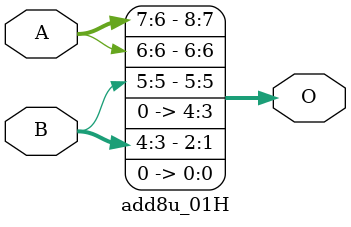
<source format=v>
/***
* This code is a part of EvoApproxLib library (ehw.fit.vutbr.cz/approxlib) distributed under The MIT License.
* When used, please cite the following article(s): PRABAKARAN B. S., MRAZEK V., VASICEK Z., SEKANINA L., SHAFIQUE M. ApproxFPGAs: Embracing ASIC-based Approximate Arithmetic Components for FPGA-Based Systems. DAC 2020. 
***/
// MAE% = 18.87 %
// MAE = 97 
// WCE% = 54.69 %
// WCE = 280 
// WCRE% = 200.00 %
// EP% = 99.71 %
// MRE% = 45.94 %
// MSE = 13848 
// FPGA_POWER = 0.26
// FPGA_DELAY = 4.9
// FPGA_LUT = 0


module add8u_01H(A, B, O);
  input [7:0] A, B;
  output [8:0] O;
  assign O[2] = B[4];
  assign O[0] = 1'b0;
  assign O[3] = 1'b0;
  assign O[1] = B[3];
  assign O[4] = O[0];
  assign O[5] = B[5];
  assign O[6] = A[6];
  assign O[7] = A[6];
  assign O[8] = A[7];
endmodule


</source>
